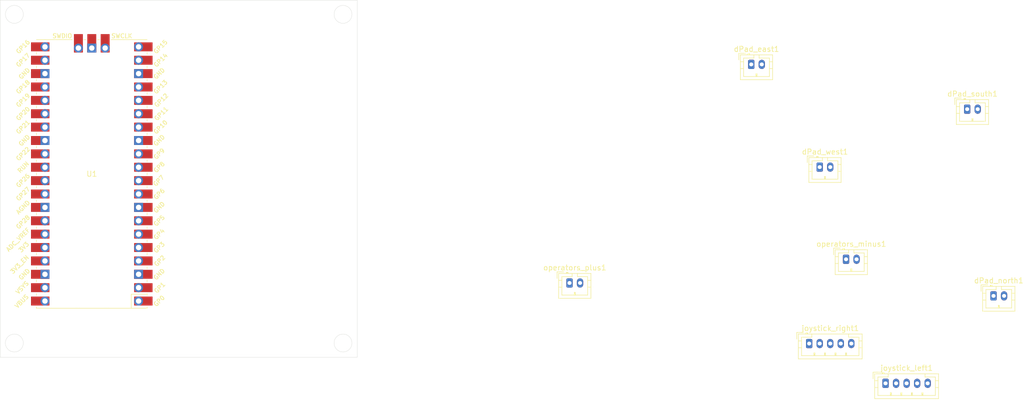
<source format=kicad_pcb>
(kicad_pcb (version 20240108) (generator "pcbnew") (generator_version "8.0")
  (layers (0 "F.Cu" signal) (31 "B.Cu" signal) (34 "B.Paste" user) (35 "F.Paste" user) (36 "B.SilkS" user "B.Silkscreen") (37 "F.SilkS" user "F.Silkscreen") (38 "B.Mask" user) (39 "F.Mask" user) (44 "Edge.Cuts" user))
  (net 0 "")
  (footprint "Connector_JST:JST_PH_B2B-PH-K_1x02_P2.00mm_Vertical" (layer "F.Cu") (at 199.5 68.5)
    (property "Reference" "dPad_east1" (at 1 -2.9 0) (layer "F.SilkS"))
    (property "Value" "Conn_01x02")
    (fp_line (start -2.36 -2.11) (end -2.36 -0.86) (stroke (width 0.12)) (layer "F.SilkS"))
    (fp_line (start -2.06 -1.81) (end -2.06 2.91) (stroke (width 0.12)) (layer "F.SilkS"))
    (fp_line (start -2.06 -0.5) (end -1.45 -0.5) (stroke (width 0.12)) (layer "F.SilkS"))
    (fp_line (start -2.06 0.8) (end -1.45 0.8) (stroke (width 0.12)) (layer "F.SilkS"))
    (fp_line (start -2.06 2.91) (end 4.06 2.91) (stroke (width 0.12)) (layer "F.SilkS"))
    (fp_line (start -1.45 -1.2) (end -1.45 2.3) (stroke (width 0.12)) (layer "F.SilkS"))
    (fp_line (start -1.45 2.3) (end 3.45 2.3) (stroke (width 0.12)) (layer "F.SilkS"))
    (fp_line (start -1.11 -2.11) (end -2.36 -2.11) (stroke (width 0.12)) (layer "F.SilkS"))
    (fp_line (start -0.6 -2.01) (end -0.6 -1.81) (stroke (width 0.12)) (layer "F.SilkS"))
    (fp_line (start -0.3 -2.01) (end -0.6 -2.01) (stroke (width 0.12)) (layer "F.SilkS"))
    (fp_line (start -0.3 -1.91) (end -0.6 -1.91) (stroke (width 0.12)) (layer "F.SilkS"))
    (fp_line (start -0.3 -1.81) (end -0.3 -2.01) (stroke (width 0.12)) (layer "F.SilkS"))
    (fp_line (start 0.5 -1.81) (end 0.5 -1.2) (stroke (width 0.12)) (layer "F.SilkS"))
    (fp_line (start 0.5 -1.2) (end -1.45 -1.2) (stroke (width 0.12)) (layer "F.SilkS"))
    (fp_line (start 0.9 1.8) (end 1.1 1.8) (stroke (width 0.12)) (layer "F.SilkS"))
    (fp_line (start 0.9 2.3) (end 0.9 1.8) (stroke (width 0.12)) (layer "F.SilkS"))
    (fp_line (start 1 2.3) (end 1 1.8) (stroke (width 0.12)) (layer "F.SilkS"))
    (fp_line (start 1.1 1.8) (end 1.1 2.3) (stroke (width 0.12)) (layer "F.SilkS"))
    (fp_line (start 1.5 -1.2) (end 1.5 -1.81) (stroke (width 0.12)) (layer "F.SilkS"))
    (fp_line (start 3.45 -1.2) (end 1.5 -1.2) (stroke (width 0.12)) (layer "F.SilkS"))
    (fp_line (start 3.45 2.3) (end 3.45 -1.2) (stroke (width 0.12)) (layer "F.SilkS"))
    (fp_line (start 4.06 -1.81) (end -2.06 -1.81) (stroke (width 0.12)) (layer "F.SilkS"))
    (fp_line (start 4.06 -0.5) (end 3.45 -0.5) (stroke (width 0.12)) (layer "F.SilkS"))
    (fp_line (start 4.06 0.8) (end 3.45 0.8) (stroke (width 0.12)) (layer "F.SilkS"))
    (fp_line (start 4.06 2.91) (end 4.06 -1.81) (stroke (width 0.12)) (layer "F.SilkS"))
    (pad "1" thru_hole roundrect (at 0 0) (size 1.2 1.75) (drill 0.75) (layers "*.Cu" "*.Mask") (roundrect_rratio 0.208333))
    (pad "2" thru_hole oval (at 2 0) (size 1.2 1.75) (drill 0.75) (layers "*.Cu" "*.Mask"))
  )
  (footprint "Connector_JST:JST_PH_B2B-PH-K_1x02_P2.00mm_Vertical" (layer "F.Cu") (at 212.5 88)
    (property "Reference" "dPad_west1" (at 1 -2.9 0) (layer "F.SilkS"))
    (property "Value" "Conn_01x02")
    (fp_line (start -2.36 -2.11) (end -2.36 -0.86) (stroke (width 0.12)) (layer "F.SilkS"))
    (fp_line (start -2.06 -1.81) (end -2.06 2.91) (stroke (width 0.12)) (layer "F.SilkS"))
    (fp_line (start -2.06 -0.5) (end -1.45 -0.5) (stroke (width 0.12)) (layer "F.SilkS"))
    (fp_line (start -2.06 0.8) (end -1.45 0.8) (stroke (width 0.12)) (layer "F.SilkS"))
    (fp_line (start -2.06 2.91) (end 4.06 2.91) (stroke (width 0.12)) (layer "F.SilkS"))
    (fp_line (start -1.45 -1.2) (end -1.45 2.3) (stroke (width 0.12)) (layer "F.SilkS"))
    (fp_line (start -1.45 2.3) (end 3.45 2.3) (stroke (width 0.12)) (layer "F.SilkS"))
    (fp_line (start -1.11 -2.11) (end -2.36 -2.11) (stroke (width 0.12)) (layer "F.SilkS"))
    (fp_line (start -0.6 -2.01) (end -0.6 -1.81) (stroke (width 0.12)) (layer "F.SilkS"))
    (fp_line (start -0.3 -2.01) (end -0.6 -2.01) (stroke (width 0.12)) (layer "F.SilkS"))
    (fp_line (start -0.3 -1.91) (end -0.6 -1.91) (stroke (width 0.12)) (layer "F.SilkS"))
    (fp_line (start -0.3 -1.81) (end -0.3 -2.01) (stroke (width 0.12)) (layer "F.SilkS"))
    (fp_line (start 0.5 -1.81) (end 0.5 -1.2) (stroke (width 0.12)) (layer "F.SilkS"))
    (fp_line (start 0.5 -1.2) (end -1.45 -1.2) (stroke (width 0.12)) (layer "F.SilkS"))
    (fp_line (start 0.9 1.8) (end 1.1 1.8) (stroke (width 0.12)) (layer "F.SilkS"))
    (fp_line (start 0.9 2.3) (end 0.9 1.8) (stroke (width 0.12)) (layer "F.SilkS"))
    (fp_line (start 1 2.3) (end 1 1.8) (stroke (width 0.12)) (layer "F.SilkS"))
    (fp_line (start 1.1 1.8) (end 1.1 2.3) (stroke (width 0.12)) (layer "F.SilkS"))
    (fp_line (start 1.5 -1.2) (end 1.5 -1.81) (stroke (width 0.12)) (layer "F.SilkS"))
    (fp_line (start 3.45 -1.2) (end 1.5 -1.2) (stroke (width 0.12)) (layer "F.SilkS"))
    (fp_line (start 3.45 2.3) (end 3.45 -1.2) (stroke (width 0.12)) (layer "F.SilkS"))
    (fp_line (start 4.06 -1.81) (end -2.06 -1.81) (stroke (width 0.12)) (layer "F.SilkS"))
    (fp_line (start 4.06 -0.5) (end 3.45 -0.5) (stroke (width 0.12)) (layer "F.SilkS"))
    (fp_line (start 4.06 0.8) (end 3.45 0.8) (stroke (width 0.12)) (layer "F.SilkS"))
    (fp_line (start 4.06 2.91) (end 4.06 -1.81) (stroke (width 0.12)) (layer "F.SilkS"))
    (pad "1" thru_hole roundrect (at 0 0) (size 1.2 1.75) (drill 0.75) (layers "*.Cu" "*.Mask") (roundrect_rratio 0.208333))
    (pad "2" thru_hole oval (at 2 0) (size 1.2 1.75) (drill 0.75) (layers "*.Cu" "*.Mask"))
  )
  (footprint "Connector_JST:JST_PH_B2B-PH-K_1x02_P2.00mm_Vertical" (layer "F.Cu") (at 240.5 77)
    (property "Reference" "dPad_south1" (at 1 -2.9 0) (layer "F.SilkS"))
    (property "Value" "Conn_01x02")
    (fp_line (start -2.36 -2.11) (end -2.36 -0.86) (stroke (width 0.12)) (layer "F.SilkS"))
    (fp_line (start -2.06 -1.81) (end -2.06 2.91) (stroke (width 0.12)) (layer "F.SilkS"))
    (fp_line (start -2.06 -0.5) (end -1.45 -0.5) (stroke (width 0.12)) (layer "F.SilkS"))
    (fp_line (start -2.06 0.8) (end -1.45 0.8) (stroke (width 0.12)) (layer "F.SilkS"))
    (fp_line (start -2.06 2.91) (end 4.06 2.91) (stroke (width 0.12)) (layer "F.SilkS"))
    (fp_line (start -1.45 -1.2) (end -1.45 2.3) (stroke (width 0.12)) (layer "F.SilkS"))
    (fp_line (start -1.45 2.3) (end 3.45 2.3) (stroke (width 0.12)) (layer "F.SilkS"))
    (fp_line (start -1.11 -2.11) (end -2.36 -2.11) (stroke (width 0.12)) (layer "F.SilkS"))
    (fp_line (start -0.6 -2.01) (end -0.6 -1.81) (stroke (width 0.12)) (layer "F.SilkS"))
    (fp_line (start -0.3 -2.01) (end -0.6 -2.01) (stroke (width 0.12)) (layer "F.SilkS"))
    (fp_line (start -0.3 -1.91) (end -0.6 -1.91) (stroke (width 0.12)) (layer "F.SilkS"))
    (fp_line (start -0.3 -1.81) (end -0.3 -2.01) (stroke (width 0.12)) (layer "F.SilkS"))
    (fp_line (start 0.5 -1.81) (end 0.5 -1.2) (stroke (width 0.12)) (layer "F.SilkS"))
    (fp_line (start 0.5 -1.2) (end -1.45 -1.2) (stroke (width 0.12)) (layer "F.SilkS"))
    (fp_line (start 0.9 1.8) (end 1.1 1.8) (stroke (width 0.12)) (layer "F.SilkS"))
    (fp_line (start 0.9 2.3) (end 0.9 1.8) (stroke (width 0.12)) (layer "F.SilkS"))
    (fp_line (start 1 2.3) (end 1 1.8) (stroke (width 0.12)) (layer "F.SilkS"))
    (fp_line (start 1.1 1.8) (end 1.1 2.3) (stroke (width 0.12)) (layer "F.SilkS"))
    (fp_line (start 1.5 -1.2) (end 1.5 -1.81) (stroke (width 0.12)) (layer "F.SilkS"))
    (fp_line (start 3.45 -1.2) (end 1.5 -1.2) (stroke (width 0.12)) (layer "F.SilkS"))
    (fp_line (start 3.45 2.3) (end 3.45 -1.2) (stroke (width 0.12)) (layer "F.SilkS"))
    (fp_line (start 4.06 -1.81) (end -2.06 -1.81) (stroke (width 0.12)) (layer "F.SilkS"))
    (fp_line (start 4.06 -0.5) (end 3.45 -0.5) (stroke (width 0.12)) (layer "F.SilkS"))
    (fp_line (start 4.06 0.8) (end 3.45 0.8) (stroke (width 0.12)) (layer "F.SilkS"))
    (fp_line (start 4.06 2.91) (end 4.06 -1.81) (stroke (width 0.12)) (layer "F.SilkS"))
    (pad "1" thru_hole roundrect (at 0 0) (size 1.2 1.75) (drill 0.75) (layers "*.Cu" "*.Mask") (roundrect_rratio 0.208333))
    (pad "2" thru_hole oval (at 2 0) (size 1.2 1.75) (drill 0.75) (layers "*.Cu" "*.Mask"))
  )
  (footprint "Connector_JST:JST_PH_B2B-PH-K_1x02_P2.00mm_Vertical" (layer "F.Cu") (at 217.5 105.5)
    (property "Reference" "operators_minus1" (at 1 -2.9 0) (layer "F.SilkS"))
    (property "Value" "Conn_01x02")
    (fp_line (start -2.36 -2.11) (end -2.36 -0.86) (stroke (width 0.12)) (layer "F.SilkS"))
    (fp_line (start -2.06 -1.81) (end -2.06 2.91) (stroke (width 0.12)) (layer "F.SilkS"))
    (fp_line (start -2.06 -0.5) (end -1.45 -0.5) (stroke (width 0.12)) (layer "F.SilkS"))
    (fp_line (start -2.06 0.8) (end -1.45 0.8) (stroke (width 0.12)) (layer "F.SilkS"))
    (fp_line (start -2.06 2.91) (end 4.06 2.91) (stroke (width 0.12)) (layer "F.SilkS"))
    (fp_line (start -1.45 -1.2) (end -1.45 2.3) (stroke (width 0.12)) (layer "F.SilkS"))
    (fp_line (start -1.45 2.3) (end 3.45 2.3) (stroke (width 0.12)) (layer "F.SilkS"))
    (fp_line (start -1.11 -2.11) (end -2.36 -2.11) (stroke (width 0.12)) (layer "F.SilkS"))
    (fp_line (start -0.6 -2.01) (end -0.6 -1.81) (stroke (width 0.12)) (layer "F.SilkS"))
    (fp_line (start -0.3 -2.01) (end -0.6 -2.01) (stroke (width 0.12)) (layer "F.SilkS"))
    (fp_line (start -0.3 -1.91) (end -0.6 -1.91) (stroke (width 0.12)) (layer "F.SilkS"))
    (fp_line (start -0.3 -1.81) (end -0.3 -2.01) (stroke (width 0.12)) (layer "F.SilkS"))
    (fp_line (start 0.5 -1.81) (end 0.5 -1.2) (stroke (width 0.12)) (layer "F.SilkS"))
    (fp_line (start 0.5 -1.2) (end -1.45 -1.2) (stroke (width 0.12)) (layer "F.SilkS"))
    (fp_line (start 0.9 1.8) (end 1.1 1.8) (stroke (width 0.12)) (layer "F.SilkS"))
    (fp_line (start 0.9 2.3) (end 0.9 1.8) (stroke (width 0.12)) (layer "F.SilkS"))
    (fp_line (start 1 2.3) (end 1 1.8) (stroke (width 0.12)) (layer "F.SilkS"))
    (fp_line (start 1.1 1.8) (end 1.1 2.3) (stroke (width 0.12)) (layer "F.SilkS"))
    (fp_line (start 1.5 -1.2) (end 1.5 -1.81) (stroke (width 0.12)) (layer "F.SilkS"))
    (fp_line (start 3.45 -1.2) (end 1.5 -1.2) (stroke (width 0.12)) (layer "F.SilkS"))
    (fp_line (start 3.45 2.3) (end 3.45 -1.2) (stroke (width 0.12)) (layer "F.SilkS"))
    (fp_line (start 4.06 -1.81) (end -2.06 -1.81) (stroke (width 0.12)) (layer "F.SilkS"))
    (fp_line (start 4.06 -0.5) (end 3.45 -0.5) (stroke (width 0.12)) (layer "F.SilkS"))
    (fp_line (start 4.06 0.8) (end 3.45 0.8) (stroke (width 0.12)) (layer "F.SilkS"))
    (fp_line (start 4.06 2.91) (end 4.06 -1.81) (stroke (width 0.12)) (layer "F.SilkS"))
    (pad "1" thru_hole roundrect (at 0 0) (size 1.2 1.75) (drill 0.75) (layers "*.Cu" "*.Mask") (roundrect_rratio 0.208333))
    (pad "2" thru_hole oval (at 2 0) (size 1.2 1.75) (drill 0.75) (layers "*.Cu" "*.Mask"))
  )
  (footprint "Connector_JST:JST_PH_B5B-PH-K_1x05_P2.00mm_Vertical" (layer "F.Cu") (at 210.5 121.5)
    (property "Reference" "joystick_right1" (at 4 -2.9 0) (layer "F.SilkS"))
    (property "Value" "Conn_01x05")
    (fp_line (start -2.36 -2.11) (end -2.36 -0.86) (stroke (width 0.12)) (layer "F.SilkS"))
    (fp_line (start -2.06 -1.81) (end -2.06 2.91) (stroke (width 0.12)) (layer "F.SilkS"))
    (fp_line (start -2.06 -0.5) (end -1.45 -0.5) (stroke (width 0.12)) (layer "F.SilkS"))
    (fp_line (start -2.06 0.8) (end -1.45 0.8) (stroke (width 0.12)) (layer "F.SilkS"))
    (fp_line (start -2.06 2.91) (end 10.06 2.91) (stroke (width 0.12)) (layer "F.SilkS"))
    (fp_line (start -1.45 -1.2) (end -1.45 2.3) (stroke (width 0.12)) (layer "F.SilkS"))
    (fp_line (start -1.45 2.3) (end 9.45 2.3) (stroke (width 0.12)) (layer "F.SilkS"))
    (fp_line (start -1.11 -2.11) (end -2.36 -2.11) (stroke (width 0.12)) (layer "F.SilkS"))
    (fp_line (start -0.6 -2.01) (end -0.6 -1.81) (stroke (width 0.12)) (layer "F.SilkS"))
    (fp_line (start -0.3 -2.01) (end -0.6 -2.01) (stroke (width 0.12)) (layer "F.SilkS"))
    (fp_line (start -0.3 -1.91) (end -0.6 -1.91) (stroke (width 0.12)) (layer "F.SilkS"))
    (fp_line (start -0.3 -1.81) (end -0.3 -2.01) (stroke (width 0.12)) (layer "F.SilkS"))
    (fp_line (start 0.5 -1.81) (end 0.5 -1.2) (stroke (width 0.12)) (layer "F.SilkS"))
    (fp_line (start 0.5 -1.2) (end -1.45 -1.2) (stroke (width 0.12)) (layer "F.SilkS"))
    (fp_line (start 0.9 1.8) (end 1.1 1.8) (stroke (width 0.12)) (layer "F.SilkS"))
    (fp_line (start 0.9 2.3) (end 0.9 1.8) (stroke (width 0.12)) (layer "F.SilkS"))
    (fp_line (start 1 2.3) (end 1 1.8) (stroke (width 0.12)) (layer "F.SilkS"))
    (fp_line (start 1.1 1.8) (end 1.1 2.3) (stroke (width 0.12)) (layer "F.SilkS"))
    (fp_line (start 2.9 1.8) (end 3.1 1.8) (stroke (width 0.12)) (layer "F.SilkS"))
    (fp_line (start 2.9 2.3) (end 2.9 1.8) (stroke (width 0.12)) (layer "F.SilkS"))
    (fp_line (start 3 2.3) (end 3 1.8) (stroke (width 0.12)) (layer "F.SilkS"))
    (fp_line (start 3.1 1.8) (end 3.1 2.3) (stroke (width 0.12)) (layer "F.SilkS"))
    (fp_line (start 4.9 1.8) (end 5.1 1.8) (stroke (width 0.12)) (layer "F.SilkS"))
    (fp_line (start 4.9 2.3) (end 4.9 1.8) (stroke (width 0.12)) (layer "F.SilkS"))
    (fp_line (start 5 2.3) (end 5 1.8) (stroke (width 0.12)) (layer "F.SilkS"))
    (fp_line (start 5.1 1.8) (end 5.1 2.3) (stroke (width 0.12)) (layer "F.SilkS"))
    (fp_line (start 6.9 1.8) (end 7.1 1.8) (stroke (width 0.12)) (layer "F.SilkS"))
    (fp_line (start 6.9 2.3) (end 6.9 1.8) (stroke (width 0.12)) (layer "F.SilkS"))
    (fp_line (start 7 2.3) (end 7 1.8) (stroke (width 0.12)) (layer "F.SilkS"))
    (fp_line (start 7.1 1.8) (end 7.1 2.3) (stroke (width 0.12)) (layer "F.SilkS"))
    (fp_line (start 7.5 -1.2) (end 7.5 -1.81) (stroke (width 0.12)) (layer "F.SilkS"))
    (fp_line (start 9.45 -1.2) (end 7.5 -1.2) (stroke (width 0.12)) (layer "F.SilkS"))
    (fp_line (start 9.45 2.3) (end 9.45 -1.2) (stroke (width 0.12)) (layer "F.SilkS"))
    (fp_line (start 10.06 -1.81) (end -2.06 -1.81) (stroke (width 0.12)) (layer "F.SilkS"))
    (fp_line (start 10.06 -0.5) (end 9.45 -0.5) (stroke (width 0.12)) (layer "F.SilkS"))
    (fp_line (start 10.06 0.8) (end 9.45 0.8) (stroke (width 0.12)) (layer "F.SilkS"))
    (fp_line (start 10.06 2.91) (end 10.06 -1.81) (stroke (width 0.12)) (layer "F.SilkS"))
    (pad "1" thru_hole roundrect (at 0 0) (size 1.2 1.75) (drill 0.75) (layers "*.Cu" "*.Mask") (roundrect_rratio 0.208333))
    (pad "2" thru_hole oval (at 2 0) (size 1.2 1.75) (drill 0.75) (layers "*.Cu" "*.Mask"))
    (pad "3" thru_hole oval (at 4 0) (size 1.2 1.75) (drill 0.75) (layers "*.Cu" "*.Mask"))
    (pad "4" thru_hole oval (at 6 0) (size 1.2 1.75) (drill 0.75) (layers "*.Cu" "*.Mask"))
    (pad "5" thru_hole oval (at 8 0) (size 1.2 1.75) (drill 0.75) (layers "*.Cu" "*.Mask"))
  )
  (footprint "MCU_RaspberryPi_and_Boards:RPi_Pico_SMD_TH" (layer "F.Cu") (at 74.3 89.3 180)
    (property "Reference" "U1" (at 0 0 360) (layer "F.SilkS"))
    (property "Value" "Pico")
    (fp_line (start 10.5 25.5) (end 3.7 25.5) (stroke (width 0.12)) (layer "F.SilkS"))
    (fp_line (start 10.5 22.7) (end 10.5 23.1) (stroke (width 0.12)) (layer "F.SilkS"))
    (fp_line (start 10.5 20.1) (end 10.5 20.5) (stroke (width 0.12)) (layer "F.SilkS"))
    (fp_line (start 10.5 17.6) (end 10.5 18) (stroke (width 0.12)) (layer "F.SilkS"))
    (fp_line (start 10.5 15.1) (end 10.5 15.5) (stroke (width 0.12)) (layer "F.SilkS"))
    (fp_line (start 10.5 12.5) (end 10.5 12.9) (stroke (width 0.12)) (layer "F.SilkS"))
    (fp_line (start 10.5 10) (end 10.5 10.4) (stroke (width 0.12)) (layer "F.SilkS"))
    (fp_line (start 10.5 7.4) (end 10.5 7.8) (stroke (width 0.12)) (layer "F.SilkS"))
    (fp_line (start 10.5 4.9) (end 10.5 5.3) (stroke (width 0.12)) (layer "F.SilkS"))
    (fp_line (start 10.5 2.3) (end 10.5 2.7) (stroke (width 0.12)) (layer "F.SilkS"))
    (fp_line (start 10.5 -0.2) (end 10.5 0.2) (stroke (width 0.12)) (layer "F.SilkS"))
    (fp_line (start 10.5 -2.7) (end 10.5 -2.3) (stroke (width 0.12)) (layer "F.SilkS"))
    (fp_line (start 10.5 -5.3) (end 10.5 -4.9) (stroke (width 0.12)) (layer "F.SilkS"))
    (fp_line (start 10.5 -7.8) (end 10.5 -7.4) (stroke (width 0.12)) (layer "F.SilkS"))
    (fp_line (start 10.5 -10.4) (end 10.5 -10) (stroke (width 0.12)) (layer "F.SilkS"))
    (fp_line (start 10.5 -12.9) (end 10.5 -12.5) (stroke (width 0.12)) (layer "F.SilkS"))
    (fp_line (start 10.5 -15.4) (end 10.5 -15) (stroke (width 0.12)) (layer "F.SilkS"))
    (fp_line (start 10.5 -18) (end 10.5 -17.6) (stroke (width 0.12)) (layer "F.SilkS"))
    (fp_line (start 10.5 -20.5) (end 10.5 -20.1) (stroke (width 0.12)) (layer "F.SilkS"))
    (fp_line (start 10.5 -23.1) (end 10.5 -22.7) (stroke (width 0.12)) (layer "F.SilkS"))
    (fp_line (start 10.5 -25.5) (end 10.5 -25.2) (stroke (width 0.12)) (layer "F.SilkS"))
    (fp_line (start 1.1 25.5) (end 1.5 25.5) (stroke (width 0.12)) (layer "F.SilkS"))
    (fp_line (start -1.5 25.5) (end -1.1 25.5) (stroke (width 0.12)) (layer "F.SilkS"))
    (fp_line (start -3.7 25.5) (end -10.5 25.5) (stroke (width 0.12)) (layer "F.SilkS"))
    (fp_line (start -7.493 -22.833) (end -7.493 -25.5) (stroke (width 0.12)) (layer "F.SilkS"))
    (fp_line (start -10.5 22.7) (end -10.5 23.1) (stroke (width 0.12)) (layer "F.SilkS"))
    (fp_line (start -10.5 20.1) (end -10.5 20.5) (stroke (width 0.12)) (layer "F.SilkS"))
    (fp_line (start -10.5 17.6) (end -10.5 18) (stroke (width 0.12)) (layer "F.SilkS"))
    (fp_line (start -10.5 15.1) (end -10.5 15.5) (stroke (width 0.12)) (layer "F.SilkS"))
    (fp_line (start -10.5 12.5) (end -10.5 12.9) (stroke (width 0.12)) (layer "F.SilkS"))
    (fp_line (start -10.5 10) (end -10.5 10.4) (stroke (width 0.12)) (layer "F.SilkS"))
    (fp_line (start -10.5 7.4) (end -10.5 7.8) (stroke (width 0.12)) (layer "F.SilkS"))
    (fp_line (start -10.5 4.9) (end -10.5 5.3) (stroke (width 0.12)) (layer "F.SilkS"))
    (fp_line (start -10.5 2.3) (end -10.5 2.7) (stroke (width 0.12)) (layer "F.SilkS"))
    (fp_line (start -10.5 -0.2) (end -10.5 0.2) (stroke (width 0.12)) (layer "F.SilkS"))
    (fp_line (start -10.5 -2.7) (end -10.5 -2.3) (stroke (width 0.12)) (layer "F.SilkS"))
    (fp_line (start -10.5 -5.3) (end -10.5 -4.9) (stroke (width 0.12)) (layer "F.SilkS"))
    (fp_line (start -10.5 -7.8) (end -10.5 -7.4) (stroke (width 0.12)) (layer "F.SilkS"))
    (fp_line (start -10.5 -10.4) (end -10.5 -10) (stroke (width 0.12)) (layer "F.SilkS"))
    (fp_line (start -10.5 -12.9) (end -10.5 -12.5) (stroke (width 0.12)) (layer "F.SilkS"))
    (fp_line (start -10.5 -15.4) (end -10.5 -15) (stroke (width 0.12)) (layer "F.SilkS"))
    (fp_line (start -10.5 -18) (end -10.5 -17.6) (stroke (width 0.12)) (layer "F.SilkS"))
    (fp_line (start -10.5 -20.5) (end -10.5 -20.1) (stroke (width 0.12)) (layer "F.SilkS"))
    (fp_line (start -10.5 -22.833) (end -7.493 -22.833) (stroke (width 0.12)) (layer "F.SilkS"))
    (fp_line (start -10.5 -23.1) (end -10.5 -22.7) (stroke (width 0.12)) (layer "F.SilkS"))
    (fp_line (start -10.5 -25.5) (end 10.5 -25.5) (stroke (width 0.12)) (layer "F.SilkS"))
    (fp_line (start -10.5 -25.5) (end -10.5 -25.2) (stroke (width 0.12)) (layer "F.SilkS"))
    (fp_text user "GND" (at -12.8 -19.05 45) (layer "F.SilkS") (effects (font (size 0.8 0.8))))
    (fp_text user "VSYS" (at 13.2 -21.59 45) (layer "F.SilkS") (effects (font (size 0.8 0.8))))
    (fp_text user "GP21" (at 13.054 8.9 45) (layer "F.SilkS") (effects (font (size 0.8 0.8))))
    (fp_text user "GP7" (at -12.7 -1.3 45) (layer "F.SilkS") (effects (font (size 0.8 0.8))))
    (fp_text user "GP3" (at -12.8 -13.97 45) (layer "F.SilkS") (effects (font (size 0.8 0.8))))
    (fp_text user "GND" (at 12.8 -19.05 45) (layer "F.SilkS") (effects (font (size 0.8 0.8))))
    (fp_text user "GP6" (at -12.8 -3.81 45) (layer "F.SilkS") (effects (font (size 0.8 0.8))))
    (fp_text user "GP22" (at 13.054 3.81 45) (layer "F.SilkS") (effects (font (size 0.8 0.8))))
    (fp_text user "GP19" (at 13.054 13.97 45) (layer "F.SilkS") (effects (font (size 0.8 0.8))))
    (fp_text user "GP26" (at 13.054 -1.27 45) (layer "F.SilkS") (effects (font (size 0.8 0.8))))
    (fp_text user "GP14" (at -13.1 21.59 45) (layer "F.SilkS") (effects (font (size 0.8 0.8))))
    (fp_text user "GP20" (at 13.054 11.43 45) (layer "F.SilkS") (effects (font (size 0.8 0.8))))
    (fp_text user "AGND" (at 13.054 -6.35 45) (layer "F.SilkS") (effects (font (size 0.8 0.8))))
    (fp_text user "GP8" (at -12.8 1.27 45) (layer "F.SilkS") (effects (font (size 0.8 0.8))))
    (fp_text user "GP4" (at -12.8 -11.43 45) (layer "F.SilkS") (effects (font (size 0.8 0.8))))
    (fp_text user "GND" (at -12.8 -6.35 45) (layer "F.SilkS") (effects (font (size 0.8 0.8))))
    (fp_text user "GP18" (at 13.054 16.51 45) (layer "F.SilkS") (effects (font (size 0.8 0.8))))
    (fp_text user "ADC_VREF" (at 14 -12.5 45) (layer "F.SilkS") (effects (font (size 0.8 0.8))))
    (fp_text user "GP16" (at 13.054 24.13 45) (layer "F.SilkS") (effects (font (size 0.8 0.8))))
    (fp_text user "GP28" (at 13.054 -9.144 45) (layer "F.SilkS") (effects (font (size 0.8 0.8))))
    (fp_text user "GP2" (at -12.9 -16.51 45) (layer "F.SilkS") (effects (font (size 0.8 0.8))))
    (fp_text user "GP27" (at 13.054 -3.8 45) (layer "F.SilkS") (effects (font (size 0.8 0.8))))
    (fp_text user "GP15" (at -13.054 24.13 45) (layer "F.SilkS") (effects (font (size 0.8 0.8))))
    (fp_text user "GP12" (at -13.2 13.97 45) (layer "F.SilkS") (effects (font (size 0.8 0.8))))
    (fp_text user "GP17" (at 13.054 21.59 45) (layer "F.SilkS") (effects (font (size 0.8 0.8))))
    (fp_text user "GP0" (at -12.8 -24.13 45) (layer "F.SilkS") (effects (font (size 0.8 0.8))))
    (fp_text user "GND" (at -12.8 6.35 45) (layer "F.SilkS") (effects (font (size 0.8 0.8))))
    (fp_text user "RUN" (at 13 1.27 45) (layer "F.SilkS") (effects (font (size 0.8 0.8))))
    (fp_text user "GP13" (at -13.054 16.51 45) (layer "F.SilkS") (effects (font (size 0.8 0.8))))
    (fp_text user "3V3_EN" (at 13.7 -17.2 45) (layer "F.SilkS") (effects (font (size 0.8 0.8))))
    (fp_text user "SWDIO" (at 5.6 26.2 360) (layer "F.SilkS") (effects (font (size 0.8 0.8))))
    (fp_text user "SWCLK" (at -5.7 26.2 360) (layer "F.SilkS") (effects (font (size 0.8 0.8))))
    (fp_text user "GP5" (at -12.8 -8.89 45) (layer "F.SilkS") (effects (font (size 0.8 0.8))))
    (fp_text user "GP11" (at -13.2 11.43 45) (layer "F.SilkS") (effects (font (size 0.8 0.8))))
    (fp_text user "3V3" (at 12.9 -13.9 45) (layer "F.SilkS") (effects (font (size 0.8 0.8))))
    (fp_text user "VBUS" (at 13.3 -24.2 45) (layer "F.SilkS") (effects (font (size 0.8 0.8))))
    (fp_text user "GND" (at 12.8 6.35 45) (layer "F.SilkS") (effects (font (size 0.8 0.8))))
    (fp_text user "GND" (at 12.8 19.05 45) (layer "F.SilkS") (effects (font (size 0.8 0.8))))
    (fp_text user "GP9" (at -12.8 3.81 45) (layer "F.SilkS") (effects (font (size 0.8 0.8))))
    (fp_text user "GP1" (at -12.9 -21.6 45) (layer "F.SilkS") (effects (font (size 0.8 0.8))))
    (fp_text user "GP10" (at -13.054 8.89 45) (layer "F.SilkS") (effects (font (size 0.8 0.8))))
    (fp_text user "GND" (at -12.8 19.05 45) (layer "F.SilkS") (effects (font (size 0.8 0.8))))
    (pad "" np_thru_hole oval (at -2.725 -24 180) (size 1.8 1.8) (drill 1.8) (layers "*.Cu" "*.Mask"))
    (pad "" np_thru_hole oval (at -2.425 -20.97 180) (size 1.5 1.5) (drill 1.5) (layers "*.Cu" "*.Mask"))
    (pad "" np_thru_hole oval (at 2.425 -20.97 180) (size 1.5 1.5) (drill 1.5) (layers "*.Cu" "*.Mask"))
    (pad "" np_thru_hole oval (at 2.725 -24 180) (size 1.8 1.8) (drill 1.8) (layers "*.Cu" "*.Mask"))
    (pad "1" thru_hole oval (at -8.89 -24.13 180) (size 1.7 1.7) (drill 1.02) (layers "*.Cu" "*.Mask"))
    (pad "1" smd rect (at -8.89 -24.13 180) (size 3.5 1.7) (drill (offset -0.9 0)) (layers "F.Cu" "F.Mask"))
    (pad "2" thru_hole oval (at -8.89 -21.59 180) (size 1.7 1.7) (drill 1.02) (layers "*.Cu" "*.Mask"))
    (pad "2" smd rect (at -8.89 -21.59 180) (size 3.5 1.7) (drill (offset -0.9 0)) (layers "F.Cu" "F.Mask"))
    (pad "3" thru_hole rect (at -8.89 -19.05 180) (size 1.7 1.7) (drill 1.02) (layers "*.Cu" "*.Mask"))
    (pad "3" smd rect (at -8.89 -19.05 180) (size 3.5 1.7) (drill (offset -0.9 0)) (layers "F.Cu" "F.Mask"))
    (pad "4" thru_hole oval (at -8.89 -16.51 180) (size 1.7 1.7) (drill 1.02) (layers "*.Cu" "*.Mask"))
    (pad "4" smd rect (at -8.89 -16.51 180) (size 3.5 1.7) (drill (offset -0.9 0)) (layers "F.Cu" "F.Mask"))
    (pad "5" thru_hole oval (at -8.89 -13.97 180) (size 1.7 1.7) (drill 1.02) (layers "*.Cu" "*.Mask"))
    (pad "5" smd rect (at -8.89 -13.97 180) (size 3.5 1.7) (drill (offset -0.9 0)) (layers "F.Cu" "F.Mask"))
    (pad "6" thru_hole oval (at -8.89 -11.43 180) (size 1.7 1.7) (drill 1.02) (layers "*.Cu" "*.Mask"))
    (pad "6" smd rect (at -8.89 -11.43 180) (size 3.5 1.7) (drill (offset -0.9 0)) (layers "F.Cu" "F.Mask"))
    (pad "7" thru_hole oval (at -8.89 -8.89 180) (size 1.7 1.7) (drill 1.02) (layers "*.Cu" "*.Mask"))
    (pad "7" smd rect (at -8.89 -8.89 180) (size 3.5 1.7) (drill (offset -0.9 0)) (layers "F.Cu" "F.Mask"))
    (pad "8" thru_hole rect (at -8.89 -6.35 180) (size 1.7 1.7) (drill 1.02) (layers "*.Cu" "*.Mask"))
    (pad "8" smd rect (at -8.89 -6.35 180) (size 3.5 1.7) (drill (offset -0.9 0)) (layers "F.Cu" "F.Mask"))
    (pad "9" thru_hole oval (at -8.89 -3.81 180) (size 1.7 1.7) (drill 1.02) (layers "*.Cu" "*.Mask"))
    (pad "9" smd rect (at -8.89 -3.81 180) (size 3.5 1.7) (drill (offset -0.9 0)) (layers "F.Cu" "F.Mask"))
    (pad "10" thru_hole oval (at -8.89 -1.27 180) (size 1.7 1.7) (drill 1.02) (layers "*.Cu" "*.Mask"))
    (pad "10" smd rect (at -8.89 -1.27 180) (size 3.5 1.7) (drill (offset -0.9 0)) (layers "F.Cu" "F.Mask"))
    (pad "11" thru_hole oval (at -8.89 1.27 180) (size 1.7 1.7) (drill 1.02) (layers "*.Cu" "*.Mask"))
    (pad "11" smd rect (at -8.89 1.27 180) (size 3.5 1.7) (drill (offset -0.9 0)) (layers "F.Cu" "F.Mask"))
    (pad "12" thru_hole oval (at -8.89 3.81 180) (size 1.7 1.7) (drill 1.02) (layers "*.Cu" "*.Mask"))
    (pad "12" smd rect (at -8.89 3.81 180) (size 3.5 1.7) (drill (offset -0.9 0)) (layers "F.Cu" "F.Mask"))
    (pad "13" thru_hole rect (at -8.89 6.35 180) (size 1.7 1.7) (drill 1.02) (layers "*.Cu" "*.Mask"))
    (pad "13" smd rect (at -8.89 6.35 180) (size 3.5 1.7) (drill (offset -0.9 0)) (layers "F.Cu" "F.Mask"))
    (pad "14" thru_hole oval (at -8.89 8.89 180) (size 1.7 1.7) (drill 1.02) (layers "*.Cu" "*.Mask"))
    (pad "14" smd rect (at -8.89 8.89 180) (size 3.5 1.7) (drill (offset -0.9 0)) (layers "F.Cu" "F.Mask"))
    (pad "15" thru_hole oval (at -8.89 11.43 180) (size 1.7 1.7) (drill 1.02) (layers "*.Cu" "*.Mask"))
    (pad "15" smd rect (at -8.89 11.43 180) (size 3.5 1.7) (drill (offset -0.9 0)) (layers "F.Cu" "F.Mask"))
    (pad "16" thru_hole oval (at -8.89 13.97 180) (size 1.7 1.7) (drill 1.02) (layers "*.Cu" "*.Mask"))
    (pad "16" smd rect (at -8.89 13.97 180) (size 3.5 1.7) (drill (offset -0.9 0)) (layers "F.Cu" "F.Mask"))
    (pad "17" thru_hole oval (at -8.89 16.51 180) (size 1.7 1.7) (drill 1.02) (layers "*.Cu" "*.Mask"))
    (pad "17" smd rect (at -8.89 16.51 180) (size 3.5 1.7) (drill (offset -0.9 0)) (layers "F.Cu" "F.Mask"))
    (pad "18" thru_hole rect (at -8.89 19.05 180) (size 1.7 1.7) (drill 1.02) (layers "*.Cu" "*.Mask"))
    (pad "18" smd rect (at -8.89 19.05 180) (size 3.5 1.7) (drill (offset -0.9 0)) (layers "F.Cu" "F.Mask"))
    (pad "19" thru_hole oval (at -8.89 21.59 180) (size 1.7 1.7) (drill 1.02) (layers "*.Cu" "*.Mask"))
    (pad "19" smd rect (at -8.89 21.59 180) (size 3.5 1.7) (drill (offset -0.9 0)) (layers "F.Cu" "F.Mask"))
    (pad "20" thru_hole oval (at -8.89 24.13 180) (size 1.7 1.7) (drill 1.02) (layers "*.Cu" "*.Mask"))
    (pad "20" smd rect (at -8.89 24.13 180) (size 3.5 1.7) (drill (offset -0.9 0)) (layers "F.Cu" "F.Mask"))
    (pad "21" thru_hole oval (at 8.89 24.13 180) (size 1.7 1.7) (drill 1.02) (layers "*.Cu" "*.Mask"))
    (pad "21" smd rect (at 8.89 24.13 180) (size 3.5 1.7) (drill (offset 0.9 0)) (layers "F.Cu" "F.Mask"))
    (pad "22" thru_hole oval (at 8.89 21.59 180) (size 1.7 1.7) (drill 1.02) (layers "*.Cu" "*.Mask"))
    (pad "22" smd rect (at 8.89 21.59 180) (size 3.5 1.7) (drill (offset 0.9 0)) (layers "F.Cu" "F.Mask"))
    (pad "23" thru_hole rect (at 8.89 19.05 180) (size 1.7 1.7) (drill 1.02) (layers "*.Cu" "*.Mask"))
    (pad "23" smd rect (at 8.89 19.05 180) (size 3.5 1.7) (drill (offset 0.9 0)) (layers "F.Cu" "F.Mask"))
    (pad "24" thru_hole oval (at 8.89 16.51 180) (size 1.7 1.7) (drill 1.02) (layers "*.Cu" "*.Mask"))
    (pad "24" smd rect (at 8.89 16.51 180) (size 3.5 1.7) (drill (offset 0.9 0)) (layers "F.Cu" "F.Mask"))
    (pad "25" thru_hole oval (at 8.89 13.97 180) (size 1.7 1.7) (drill 1.02) (layers "*.Cu" "*.Mask"))
    (pad "25" smd rect (at 8.89 13.97 180) (size 3.5 1.7) (drill (offset 0.9 0)) (layers "F.Cu" "F.Mask"))
    (pad "26" thru_hole oval (at 8.89 11.43 180) (size 1.7 1.7) (drill 1.02) (layers "*.Cu" "*.Mask"))
    (pad "26" smd rect (at 8.89 11.43 180) (size 3.5 1.7) (drill (offset 0.9 0)) (layers "F.Cu" "F.Mask"))
    (pad "27" thru_hole oval (at 8.89 8.89 180) (size 1.7 1.7) (drill 1.02) (layers "*.Cu" "*.Mask"))
    (pad "27" smd rect (at 8.89 8.89 180) (size 3.5 1.7) (drill (offset 0.9 0)) (layers "F.Cu" "F.Mask"))
    (pad "28" thru_hole rect (at 8.89 6.35 180) (size 1.7 1.7) (drill 1.02) (layers "*.Cu" "*.Mask"))
    (pad "28" smd rect (at 8.89 6.35 180) (size 3.5 1.7) (drill (offset 0.9 0)) (layers "F.Cu" "F.Mask"))
    (pad "29" thru_hole oval (at 8.89 3.81 180) (size 1.7 1.7) (drill 1.02) (layers "*.Cu" "*.Mask"))
    (pad "29" smd rect (at 8.89 3.81 180) (size 3.5 1.7) (drill (offset 0.9 0)) (layers "F.Cu" "F.Mask"))
    (pad "30" thru_hole oval (at 8.89 1.27 180) (size 1.7 1.7) (drill 1.02) (layers "*.Cu" "*.Mask"))
    (pad "30" smd rect (at 8.89 1.27 180) (size 3.5 1.7) (drill (offset 0.9 0)) (layers "F.Cu" "F.Mask"))
    (pad "31" thru_hole oval (at 8.89 -1.27 180) (size 1.7 1.7) (drill 1.02) (layers "*.Cu" "*.Mask"))
    (pad "31" smd rect (at 8.89 -1.27 180) (size 3.5 1.7) (drill (offset 0.9 0)) (layers "F.Cu" "F.Mask"))
    (pad "32" thru_hole oval (at 8.89 -3.81 180) (size 1.7 1.7) (drill 1.02) (layers "*.Cu" "*.Mask"))
    (pad "32" smd rect (at 8.89 -3.81 180) (size 3.5 1.7) (drill (offset 0.9 0)) (layers "F.Cu" "F.Mask"))
    (pad "33" thru_hole rect (at 8.89 -6.35 180) (size 1.7 1.7) (drill 1.02) (layers "*.Cu" "*.Mask"))
    (pad "33" smd rect (at 8.89 -6.35 180) (size 3.5 1.7) (drill (offset 0.9 0)) (layers "F.Cu" "F.Mask"))
    (pad "34" thru_hole oval (at 8.89 -8.89 180) (size 1.7 1.7) (drill 1.02) (layers "*.Cu" "*.Mask"))
    (pad "34" smd rect (at 8.89 -8.89 180) (size 3.5 1.7) (drill (offset 0.9 0)) (layers "F.Cu" "F.Mask"))
    (pad "35" thru_hole oval (at 8.89 -11.43 180) (size 1.7 1.7) (drill 1.02) (layers "*.Cu" "*.Mask"))
    (pad "35" smd rect (at 8.89 -11.43 180) (size 3.5 1.7) (drill (offset 0.9 0)) (layers "F.Cu" "F.Mask"))
    (pad "36" thru_hole oval (at 8.89 -13.97 180) (size 1.7 1.7) (drill 1.02) (layers "*.Cu" "*.Mask"))
    (pad "36" smd rect (at 8.89 -13.97 180) (size 3.5 1.7) (drill (offset 0.9 0)) (layers "F.Cu" "F.Mask"))
    (pad "37" thru_hole oval (at 8.89 -16.51 180) (size 1.7 1.7) (drill 1.02) (layers "*.Cu" "*.Mask"))
    (pad "37" smd rect (at 8.89 -16.51 180) (size 3.5 1.7) (drill (offset 0.9 0)) (layers "F.Cu" "F.Mask"))
    (pad "38" thru_hole rect (at 8.89 -19.05 180) (size 1.7 1.7) (drill 1.02) (layers "*.Cu" "*.Mask"))
    (pad "38" smd rect (at 8.89 -19.05 180) (size 3.5 1.7) (drill (offset 0.9 0)) (layers "F.Cu" "F.Mask"))
    (pad "39" thru_hole oval (at 8.89 -21.59 180) (size 1.7 1.7) (drill 1.02) (layers "*.Cu" "*.Mask"))
    (pad "39" smd rect (at 8.89 -21.59 180) (size 3.5 1.7) (drill (offset 0.9 0)) (layers "F.Cu" "F.Mask"))
    (pad "40" thru_hole oval (at 8.89 -24.13 180) (size 1.7 1.7) (drill 1.02) (layers "*.Cu" "*.Mask"))
    (pad "40" smd rect (at 8.89 -24.13 180) (size 3.5 1.7) (drill (offset 0.9 0)) (layers "F.Cu" "F.Mask"))
    (pad "41" thru_hole oval (at -2.54 23.9 180) (size 1.7 1.7) (drill 1.02) (layers "*.Cu" "*.Mask"))
    (pad "41" smd rect (at -2.54 23.9 270) (size 3.5 1.7) (drill (offset -0.9 0)) (layers "F.Cu" "F.Mask"))
    (pad "42" thru_hole rect (at 0 23.9 180) (size 1.7 1.7) (drill 1.02) (layers "*.Cu" "*.Mask"))
    (pad "42" smd rect (at 0 23.9 270) (size 3.5 1.7) (drill (offset -0.9 0)) (layers "F.Cu" "F.Mask"))
    (pad "43" thru_hole oval (at 2.54 23.9 180) (size 1.7 1.7) (drill 1.02) (layers "*.Cu" "*.Mask"))
    (pad "43" smd rect (at 2.54 23.9 270) (size 3.5 1.7) (drill (offset -0.9 0)) (layers "F.Cu" "F.Mask"))
  )
  (footprint "Connector_JST:JST_PH_B5B-PH-K_1x05_P2.00mm_Vertical" (layer "F.Cu") (at 225 129.05)
    (property "Reference" "joystick_left1" (at 4 -2.9 0) (layer "F.SilkS"))
    (property "Value" "Conn_01x05")
    (fp_line (start -2.36 -2.11) (end -2.36 -0.86) (stroke (width 0.12)) (layer "F.SilkS"))
    (fp_line (start -2.06 -1.81) (end -2.06 2.91) (stroke (width 0.12)) (layer "F.SilkS"))
    (fp_line (start -2.06 -0.5) (end -1.45 -0.5) (stroke (width 0.12)) (layer "F.SilkS"))
    (fp_line (start -2.06 0.8) (end -1.45 0.8) (stroke (width 0.12)) (layer "F.SilkS"))
    (fp_line (start -2.06 2.91) (end 10.06 2.91) (stroke (width 0.12)) (layer "F.SilkS"))
    (fp_line (start -1.45 -1.2) (end -1.45 2.3) (stroke (width 0.12)) (layer "F.SilkS"))
    (fp_line (start -1.45 2.3) (end 9.45 2.3) (stroke (width 0.12)) (layer "F.SilkS"))
    (fp_line (start -1.11 -2.11) (end -2.36 -2.11) (stroke (width 0.12)) (layer "F.SilkS"))
    (fp_line (start -0.6 -2.01) (end -0.6 -1.81) (stroke (width 0.12)) (layer "F.SilkS"))
    (fp_line (start -0.3 -2.01) (end -0.6 -2.01) (stroke (width 0.12)) (layer "F.SilkS"))
    (fp_line (start -0.3 -1.91) (end -0.6 -1.91) (stroke (width 0.12)) (layer "F.SilkS"))
    (fp_line (start -0.3 -1.81) (end -0.3 -2.01) (stroke (width 0.12)) (layer "F.SilkS"))
    (fp_line (start 0.5 -1.81) (end 0.5 -1.2) (stroke (width 0.12)) (layer "F.SilkS"))
    (fp_line (start 0.5 -1.2) (end -1.45 -1.2) (stroke (width 0.12)) (layer "F.SilkS"))
    (fp_line (start 0.9 1.8) (end 1.1 1.8) (stroke (width 0.12)) (layer "F.SilkS"))
    (fp_line (start 0.9 2.3) (end 0.9 1.8) (stroke (width 0.12)) (layer "F.SilkS"))
    (fp_line (start 1 2.3) (end 1 1.8) (stroke (width 0.12)) (layer "F.SilkS"))
    (fp_line (start 1.1 1.8) (end 1.1 2.3) (stroke (width 0.12)) (layer "F.SilkS"))
    (fp_line (start 2.9 1.8) (end 3.1 1.8) (stroke (width 0.12)) (layer "F.SilkS"))
    (fp_line (start 2.9 2.3) (end 2.9 1.8) (stroke (width 0.12)) (layer "F.SilkS"))
    (fp_line (start 3 2.3) (end 3 1.8) (stroke (width 0.12)) (layer "F.SilkS"))
    (fp_line (start 3.1 1.8) (end 3.1 2.3) (stroke (width 0.12)) (layer "F.SilkS"))
    (fp_line (start 4.9 1.8) (end 5.1 1.8) (stroke (width 0.12)) (layer "F.SilkS"))
    (fp_line (start 4.9 2.3) (end 4.9 1.8) (stroke (width 0.12)) (layer "F.SilkS"))
    (fp_line (start 5 2.3) (end 5 1.8) (stroke (width 0.12)) (layer "F.SilkS"))
    (fp_line (start 5.1 1.8) (end 5.1 2.3) (stroke (width 0.12)) (layer "F.SilkS"))
    (fp_line (start 6.9 1.8) (end 7.1 1.8) (stroke (width 0.12)) (layer "F.SilkS"))
    (fp_line (start 6.9 2.3) (end 6.9 1.8) (stroke (width 0.12)) (layer "F.SilkS"))
    (fp_line (start 7 2.3) (end 7 1.8) (stroke (width 0.12)) (layer "F.SilkS"))
    (fp_line (start 7.1 1.8) (end 7.1 2.3) (stroke (width 0.12)) (layer "F.SilkS"))
    (fp_line (start 7.5 -1.2) (end 7.5 -1.81) (stroke (width 0.12)) (layer "F.SilkS"))
    (fp_line (start 9.45 -1.2) (end 7.5 -1.2) (stroke (width 0.12)) (layer "F.SilkS"))
    (fp_line (start 9.45 2.3) (end 9.45 -1.2) (stroke (width 0.12)) (layer "F.SilkS"))
    (fp_line (start 10.06 -1.81) (end -2.06 -1.81) (stroke (width 0.12)) (layer "F.SilkS"))
    (fp_line (start 10.06 -0.5) (end 9.45 -0.5) (stroke (width 0.12)) (layer "F.SilkS"))
    (fp_line (start 10.06 0.8) (end 9.45 0.8) (stroke (width 0.12)) (layer "F.SilkS"))
    (fp_line (start 10.06 2.91) (end 10.06 -1.81) (stroke (width 0.12)) (layer "F.SilkS"))
    (pad "1" thru_hole roundrect (at 0 0) (size 1.2 1.75) (drill 0.75) (layers "*.Cu" "*.Mask") (roundrect_rratio 0.208333))
    (pad "2" thru_hole oval (at 2 0) (size 1.2 1.75) (drill 0.75) (layers "*.Cu" "*.Mask"))
    (pad "3" thru_hole oval (at 4 0) (size 1.2 1.75) (drill 0.75) (layers "*.Cu" "*.Mask"))
    (pad "4" thru_hole oval (at 6 0) (size 1.2 1.75) (drill 0.75) (layers "*.Cu" "*.Mask"))
    (pad "5" thru_hole oval (at 8 0) (size 1.2 1.75) (drill 0.75) (layers "*.Cu" "*.Mask"))
  )
  (footprint "Connector_JST:JST_PH_B2B-PH-K_1x02_P2.00mm_Vertical" (layer "F.Cu") (at 165 110)
    (property "Reference" "operators_plus1" (at 1 -2.9 0) (layer "F.SilkS"))
    (property "Value" "Conn_01x02")
    (fp_line (start -2.36 -2.11) (end -2.36 -0.86) (stroke (width 0.12)) (layer "F.SilkS"))
    (fp_line (start -2.06 -1.81) (end -2.06 2.91) (stroke (width 0.12)) (layer "F.SilkS"))
    (fp_line (start -2.06 -0.5) (end -1.45 -0.5) (stroke (width 0.12)) (layer "F.SilkS"))
    (fp_line (start -2.06 0.8) (end -1.45 0.8) (stroke (width 0.12)) (layer "F.SilkS"))
    (fp_line (start -2.06 2.91) (end 4.06 2.91) (stroke (width 0.12)) (layer "F.SilkS"))
    (fp_line (start -1.45 -1.2) (end -1.45 2.3) (stroke (width 0.12)) (layer "F.SilkS"))
    (fp_line (start -1.45 2.3) (end 3.45 2.3) (stroke (width 0.12)) (layer "F.SilkS"))
    (fp_line (start -1.11 -2.11) (end -2.36 -2.11) (stroke (width 0.12)) (layer "F.SilkS"))
    (fp_line (start -0.6 -2.01) (end -0.6 -1.81) (stroke (width 0.12)) (layer "F.SilkS"))
    (fp_line (start -0.3 -2.01) (end -0.6 -2.01) (stroke (width 0.12)) (layer "F.SilkS"))
    (fp_line (start -0.3 -1.91) (end -0.6 -1.91) (stroke (width 0.12)) (layer "F.SilkS"))
    (fp_line (start -0.3 -1.81) (end -0.3 -2.01) (stroke (width 0.12)) (layer "F.SilkS"))
    (fp_line (start 0.5 -1.81) (end 0.5 -1.2) (stroke (width 0.12)) (layer "F.SilkS"))
    (fp_line (start 0.5 -1.2) (end -1.45 -1.2) (stroke (width 0.12)) (layer "F.SilkS"))
    (fp_line (start 0.9 1.8) (end 1.1 1.8) (stroke (width 0.12)) (layer "F.SilkS"))
    (fp_line (start 0.9 2.3) (end 0.9 1.8) (stroke (width 0.12)) (layer "F.SilkS"))
    (fp_line (start 1 2.3) (end 1 1.8) (stroke (width 0.12)) (layer "F.SilkS"))
    (fp_line (start 1.1 1.8) (end 1.1 2.3) (stroke (width 0.12)) (layer "F.SilkS"))
    (fp_line (start 1.5 -1.2) (end 1.5 -1.81) (stroke (width 0.12)) (layer "F.SilkS"))
    (fp_line (start 3.45 -1.2) (end 1.5 -1.2) (stroke (width 0.12)) (layer "F.SilkS"))
    (fp_line (start 3.45 2.3) (end 3.45 -1.2) (stroke (width 0.12)) (layer "F.SilkS"))
    (fp_line (start 4.06 -1.81) (end -2.06 -1.81) (stroke (width 0.12)) (layer "F.SilkS"))
    (fp_line (start 4.06 -0.5) (end 3.45 -0.5) (stroke (width 0.12)) (layer "F.SilkS"))
    (fp_line (start 4.06 0.8) (end 3.45 0.8) (stroke (width 0.12)) (layer "F.SilkS"))
    (fp_line (start 4.06 2.91) (end 4.06 -1.81) (stroke (width 0.12)) (layer "F.SilkS"))
    (pad "1" thru_hole roundrect (at 0 0) (size 1.2 1.75) (drill 0.75) (layers "*.Cu" "*.Mask") (roundrect_rratio 0.208333))
    (pad "2" thru_hole oval (at 2 0) (size 1.2 1.75) (drill 0.75) (layers "*.Cu" "*.Mask"))
  )
  (footprint "Connector_JST:JST_PH_B2B-PH-K_1x02_P2.00mm_Vertical" (layer "F.Cu") (at 245.5 112.45)
    (property "Reference" "dPad_north1" (at 1 -2.9 0) (layer "F.SilkS"))
    (property "Value" "Conn_01x02")
    (fp_line (start -2.36 -2.11) (end -2.36 -0.86) (stroke (width 0.12)) (layer "F.SilkS"))
    (fp_line (start -2.06 -1.81) (end -2.06 2.91) (stroke (width 0.12)) (layer "F.SilkS"))
    (fp_line (start -2.06 -0.5) (end -1.45 -0.5) (stroke (width 0.12)) (layer "F.SilkS"))
    (fp_line (start -2.06 0.8) (end -1.45 0.8) (stroke (width 0.12)) (layer "F.SilkS"))
    (fp_line (start -2.06 2.91) (end 4.06 2.91) (stroke (width 0.12)) (layer "F.SilkS"))
    (fp_line (start -1.45 -1.2) (end -1.45 2.3) (stroke (width 0.12)) (layer "F.SilkS"))
    (fp_line (start -1.45 2.3) (end 3.45 2.3) (stroke (width 0.12)) (layer "F.SilkS"))
    (fp_line (start -1.11 -2.11) (end -2.36 -2.11) (stroke (width 0.12)) (layer "F.SilkS"))
    (fp_line (start -0.6 -2.01) (end -0.6 -1.81) (stroke (width 0.12)) (layer "F.SilkS"))
    (fp_line (start -0.3 -2.01) (end -0.6 -2.01) (stroke (width 0.12)) (layer "F.SilkS"))
    (fp_line (start -0.3 -1.91) (end -0.6 -1.91) (stroke (width 0.12)) (layer "F.SilkS"))
    (fp_line (start -0.3 -1.81) (end -0.3 -2.01) (stroke (width 0.12)) (layer "F.SilkS"))
    (fp_line (start 0.5 -1.81) (end 0.5 -1.2) (stroke (width 0.12)) (layer "F.SilkS"))
    (fp_line (start 0.5 -1.2) (end -1.45 -1.2) (stroke (width 0.12)) (layer "F.SilkS"))
    (fp_line (start 0.9 1.8) (end 1.1 1.8) (stroke (width 0.12)) (layer "F.SilkS"))
    (fp_line (start 0.9 2.3) (end 0.9 1.8) (stroke (width 0.12)) (layer "F.SilkS"))
    (fp_line (start 1 2.3) (end 1 1.8) (stroke (width 0.12)) (layer "F.SilkS"))
    (fp_line (start 1.1 1.8) (end 1.1 2.3) (stroke (width 0.12)) (layer "F.SilkS"))
    (fp_line (start 1.5 -1.2) (end 1.5 -1.81) (stroke (width 0.12)) (layer "F.SilkS"))
    (fp_line (start 3.45 -1.2) (end 1.5 -1.2) (stroke (width 0.12)) (layer "F.SilkS"))
    (fp_line (start 3.45 2.3) (end 3.45 -1.2) (stroke (width 0.12)) (layer "F.SilkS"))
    (fp_line (start 4.06 -1.81) (end -2.06 -1.81) (stroke (width 0.12)) (layer "F.SilkS"))
    (fp_line (start 4.06 -0.5) (end 3.45 -0.5) (stroke (width 0.12)) (layer "F.SilkS"))
    (fp_line (start 4.06 0.8) (end 3.45 0.8) (stroke (width 0.12)) (layer "F.SilkS"))
    (fp_line (start 4.06 2.91) (end 4.06 -1.81) (stroke (width 0.12)) (layer "F.SilkS"))
    (pad "1" thru_hole roundrect (at 0 0) (size 1.2 1.75) (drill 0.75) (layers "*.Cu" "*.Mask") (roundrect_rratio 0.208333))
    (pad "2" thru_hole oval (at 2 0) (size 1.2 1.75) (drill 0.75) (layers "*.Cu" "*.Mask"))
  )
  (gr_circle (center 59.6 121.4) (end 61.3 121.4) (stroke (width 0.05)) (fill none) (layer "Edge.Cuts"))
  (gr_circle (center 122 59) (end 123.7 59) (stroke (width 0.05)) (fill none) (layer "Edge.Cuts"))
  (gr_circle (center 122 121.4) (end 123.7 121.4) (stroke (width 0.05)) (fill none) (layer "Edge.Cuts"))
  (gr_rect (start 56.9 56.3) (end 124.7 124.1) (stroke (width 0.05)) (fill none) (layer "Edge.Cuts"))
  (gr_circle (center 59.6 59) (end 61.3 59) (stroke (width 0.05)) (fill none) (layer "Edge.Cuts"))
)
</source>
